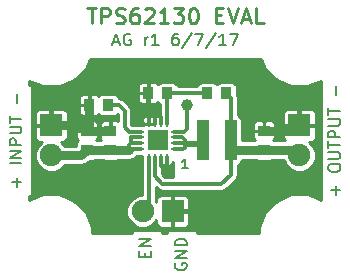
<source format=gtl>
G04 #@! TF.GenerationSoftware,KiCad,Pcbnew,no-vcs-found-1fda668~58~ubuntu14.04.1*
G04 #@! TF.CreationDate,2017-07-06T03:39:53+01:00*
G04 #@! TF.ProjectId,m3pyro_prototype,6D337079726F5F70726F746F74797065,rev?*
G04 #@! TF.FileFunction,Copper,L1,Top,Signal*
G04 #@! TF.FilePolarity,Positive*
%FSLAX46Y46*%
G04 Gerber Fmt 4.6, Leading zero omitted, Abs format (unit mm)*
G04 Created by KiCad (PCBNEW no-vcs-found-1fda668~58~ubuntu14.04.1) date Thu Jul  6 03:39:53 2017*
%MOMM*%
%LPD*%
G01*
G04 APERTURE LIST*
%ADD10C,0.100000*%
%ADD11C,0.200000*%
%ADD12C,0.250000*%
%ADD13R,0.600000X0.250000*%
%ADD14R,0.250000X0.600000*%
%ADD15C,0.700000*%
%ADD16R,1.700000X1.700000*%
%ADD17R,0.950000X1.000000*%
%ADD18R,1.000000X0.950000*%
%ADD19R,1.900000X1.900000*%
%ADD20C,1.900000*%
%ADD21C,1.000000*%
%ADD22R,0.980000X3.400000*%
%ADD23C,0.800000*%
%ADD24C,0.500000*%
%ADD25C,0.300000*%
%ADD26C,0.800000*%
G04 APERTURE END LIST*
D10*
D11*
X128528571Y-92361904D02*
X128071428Y-92361904D01*
X128300000Y-92361904D02*
X128300000Y-91561904D01*
X128223809Y-91676190D01*
X128147619Y-91752380D01*
X128071428Y-91790476D01*
X122261904Y-81666666D02*
X122738095Y-81666666D01*
X122166666Y-81952380D02*
X122500000Y-80952380D01*
X122833333Y-81952380D01*
X123690476Y-81000000D02*
X123595238Y-80952380D01*
X123452380Y-80952380D01*
X123309523Y-81000000D01*
X123214285Y-81095238D01*
X123166666Y-81190476D01*
X123119047Y-81380952D01*
X123119047Y-81523809D01*
X123166666Y-81714285D01*
X123214285Y-81809523D01*
X123309523Y-81904761D01*
X123452380Y-81952380D01*
X123547619Y-81952380D01*
X123690476Y-81904761D01*
X123738095Y-81857142D01*
X123738095Y-81523809D01*
X123547619Y-81523809D01*
X124928571Y-81952380D02*
X124928571Y-81285714D01*
X124928571Y-81476190D02*
X124976190Y-81380952D01*
X125023809Y-81333333D01*
X125119047Y-81285714D01*
X125214285Y-81285714D01*
X126071428Y-81952380D02*
X125500000Y-81952380D01*
X125785714Y-81952380D02*
X125785714Y-80952380D01*
X125690476Y-81095238D01*
X125595238Y-81190476D01*
X125500000Y-81238095D01*
X127690476Y-80952380D02*
X127500000Y-80952380D01*
X127404761Y-81000000D01*
X127357142Y-81047619D01*
X127261904Y-81190476D01*
X127214285Y-81380952D01*
X127214285Y-81761904D01*
X127261904Y-81857142D01*
X127309523Y-81904761D01*
X127404761Y-81952380D01*
X127595238Y-81952380D01*
X127690476Y-81904761D01*
X127738095Y-81857142D01*
X127785714Y-81761904D01*
X127785714Y-81523809D01*
X127738095Y-81428571D01*
X127690476Y-81380952D01*
X127595238Y-81333333D01*
X127404761Y-81333333D01*
X127309523Y-81380952D01*
X127261904Y-81428571D01*
X127214285Y-81523809D01*
X128928571Y-80904761D02*
X128071428Y-82190476D01*
X129166666Y-80952380D02*
X129833333Y-80952380D01*
X129404761Y-81952380D01*
X130928571Y-80904761D02*
X130071428Y-82190476D01*
X131785714Y-81952380D02*
X131214285Y-81952380D01*
X131500000Y-81952380D02*
X131500000Y-80952380D01*
X131404761Y-81095238D01*
X131309523Y-81190476D01*
X131214285Y-81238095D01*
X132119047Y-80952380D02*
X132785714Y-80952380D01*
X132357142Y-81952380D01*
D12*
X120040476Y-78788095D02*
X120783333Y-78788095D01*
X120411904Y-80088095D02*
X120411904Y-78788095D01*
X121216666Y-80088095D02*
X121216666Y-78788095D01*
X121711904Y-78788095D01*
X121835714Y-78850000D01*
X121897619Y-78911904D01*
X121959523Y-79035714D01*
X121959523Y-79221428D01*
X121897619Y-79345238D01*
X121835714Y-79407142D01*
X121711904Y-79469047D01*
X121216666Y-79469047D01*
X122454761Y-80026190D02*
X122640476Y-80088095D01*
X122950000Y-80088095D01*
X123073809Y-80026190D01*
X123135714Y-79964285D01*
X123197619Y-79840476D01*
X123197619Y-79716666D01*
X123135714Y-79592857D01*
X123073809Y-79530952D01*
X122950000Y-79469047D01*
X122702380Y-79407142D01*
X122578571Y-79345238D01*
X122516666Y-79283333D01*
X122454761Y-79159523D01*
X122454761Y-79035714D01*
X122516666Y-78911904D01*
X122578571Y-78850000D01*
X122702380Y-78788095D01*
X123011904Y-78788095D01*
X123197619Y-78850000D01*
X124311904Y-78788095D02*
X124064285Y-78788095D01*
X123940476Y-78850000D01*
X123878571Y-78911904D01*
X123754761Y-79097619D01*
X123692857Y-79345238D01*
X123692857Y-79840476D01*
X123754761Y-79964285D01*
X123816666Y-80026190D01*
X123940476Y-80088095D01*
X124188095Y-80088095D01*
X124311904Y-80026190D01*
X124373809Y-79964285D01*
X124435714Y-79840476D01*
X124435714Y-79530952D01*
X124373809Y-79407142D01*
X124311904Y-79345238D01*
X124188095Y-79283333D01*
X123940476Y-79283333D01*
X123816666Y-79345238D01*
X123754761Y-79407142D01*
X123692857Y-79530952D01*
X124930952Y-78911904D02*
X124992857Y-78850000D01*
X125116666Y-78788095D01*
X125426190Y-78788095D01*
X125550000Y-78850000D01*
X125611904Y-78911904D01*
X125673809Y-79035714D01*
X125673809Y-79159523D01*
X125611904Y-79345238D01*
X124869047Y-80088095D01*
X125673809Y-80088095D01*
X126911904Y-80088095D02*
X126169047Y-80088095D01*
X126540476Y-80088095D02*
X126540476Y-78788095D01*
X126416666Y-78973809D01*
X126292857Y-79097619D01*
X126169047Y-79159523D01*
X127345238Y-78788095D02*
X128150000Y-78788095D01*
X127716666Y-79283333D01*
X127902380Y-79283333D01*
X128026190Y-79345238D01*
X128088095Y-79407142D01*
X128150000Y-79530952D01*
X128150000Y-79840476D01*
X128088095Y-79964285D01*
X128026190Y-80026190D01*
X127902380Y-80088095D01*
X127530952Y-80088095D01*
X127407142Y-80026190D01*
X127345238Y-79964285D01*
X128954761Y-78788095D02*
X129078571Y-78788095D01*
X129202380Y-78850000D01*
X129264285Y-78911904D01*
X129326190Y-79035714D01*
X129388095Y-79283333D01*
X129388095Y-79592857D01*
X129326190Y-79840476D01*
X129264285Y-79964285D01*
X129202380Y-80026190D01*
X129078571Y-80088095D01*
X128954761Y-80088095D01*
X128830952Y-80026190D01*
X128769047Y-79964285D01*
X128707142Y-79840476D01*
X128645238Y-79592857D01*
X128645238Y-79283333D01*
X128707142Y-79035714D01*
X128769047Y-78911904D01*
X128830952Y-78850000D01*
X128954761Y-78788095D01*
X130935714Y-79407142D02*
X131369047Y-79407142D01*
X131554761Y-80088095D02*
X130935714Y-80088095D01*
X130935714Y-78788095D01*
X131554761Y-78788095D01*
X131926190Y-78788095D02*
X132359523Y-80088095D01*
X132792857Y-78788095D01*
X133164285Y-79716666D02*
X133783333Y-79716666D01*
X133040476Y-80088095D02*
X133473809Y-78788095D01*
X133907142Y-80088095D01*
X134959523Y-80088095D02*
X134340476Y-80088095D01*
X134340476Y-78788095D01*
D11*
X141071428Y-94595238D02*
X141071428Y-93833333D01*
X141452380Y-94214285D02*
X140690476Y-94214285D01*
X140452380Y-92404761D02*
X140452380Y-92214285D01*
X140500000Y-92119047D01*
X140595238Y-92023809D01*
X140785714Y-91976190D01*
X141119047Y-91976190D01*
X141309523Y-92023809D01*
X141404761Y-92119047D01*
X141452380Y-92214285D01*
X141452380Y-92404761D01*
X141404761Y-92500000D01*
X141309523Y-92595238D01*
X141119047Y-92642857D01*
X140785714Y-92642857D01*
X140595238Y-92595238D01*
X140500000Y-92500000D01*
X140452380Y-92404761D01*
X140452380Y-91547619D02*
X141261904Y-91547619D01*
X141357142Y-91500000D01*
X141404761Y-91452380D01*
X141452380Y-91357142D01*
X141452380Y-91166666D01*
X141404761Y-91071428D01*
X141357142Y-91023809D01*
X141261904Y-90976190D01*
X140452380Y-90976190D01*
X140452380Y-90642857D02*
X140452380Y-90071428D01*
X141452380Y-90357142D02*
X140452380Y-90357142D01*
X141452380Y-89738095D02*
X140452380Y-89738095D01*
X140452380Y-89357142D01*
X140500000Y-89261904D01*
X140547619Y-89214285D01*
X140642857Y-89166666D01*
X140785714Y-89166666D01*
X140880952Y-89214285D01*
X140928571Y-89261904D01*
X140976190Y-89357142D01*
X140976190Y-89738095D01*
X140452380Y-88738095D02*
X141261904Y-88738095D01*
X141357142Y-88690476D01*
X141404761Y-88642857D01*
X141452380Y-88547619D01*
X141452380Y-88357142D01*
X141404761Y-88261904D01*
X141357142Y-88214285D01*
X141261904Y-88166666D01*
X140452380Y-88166666D01*
X140452380Y-87833333D02*
X140452380Y-87261904D01*
X141452380Y-87547619D02*
X140452380Y-87547619D01*
X141071428Y-86166666D02*
X141071428Y-85404761D01*
X114071428Y-93928571D02*
X114071428Y-93166666D01*
X114452380Y-93547619D02*
X113690476Y-93547619D01*
X114452380Y-91928571D02*
X113452380Y-91928571D01*
X114452380Y-91452380D02*
X113452380Y-91452380D01*
X114452380Y-90880952D01*
X113452380Y-90880952D01*
X114452380Y-90404761D02*
X113452380Y-90404761D01*
X113452380Y-90023809D01*
X113500000Y-89928571D01*
X113547619Y-89880952D01*
X113642857Y-89833333D01*
X113785714Y-89833333D01*
X113880952Y-89880952D01*
X113928571Y-89928571D01*
X113976190Y-90023809D01*
X113976190Y-90404761D01*
X113452380Y-89404761D02*
X114261904Y-89404761D01*
X114357142Y-89357142D01*
X114404761Y-89309523D01*
X114452380Y-89214285D01*
X114452380Y-89023809D01*
X114404761Y-88928571D01*
X114357142Y-88880952D01*
X114261904Y-88833333D01*
X113452380Y-88833333D01*
X113452380Y-88500000D02*
X113452380Y-87928571D01*
X114452380Y-88214285D02*
X113452380Y-88214285D01*
X114071428Y-86833333D02*
X114071428Y-86071428D01*
X127500000Y-100415714D02*
X127452380Y-100510952D01*
X127452380Y-100653809D01*
X127500000Y-100796666D01*
X127595238Y-100891904D01*
X127690476Y-100939523D01*
X127880952Y-100987142D01*
X128023809Y-100987142D01*
X128214285Y-100939523D01*
X128309523Y-100891904D01*
X128404761Y-100796666D01*
X128452380Y-100653809D01*
X128452380Y-100558571D01*
X128404761Y-100415714D01*
X128357142Y-100368095D01*
X128023809Y-100368095D01*
X128023809Y-100558571D01*
X128452380Y-99939523D02*
X127452380Y-99939523D01*
X128452380Y-99368095D01*
X127452380Y-99368095D01*
X128452380Y-98891904D02*
X127452380Y-98891904D01*
X127452380Y-98653809D01*
X127500000Y-98510952D01*
X127595238Y-98415714D01*
X127690476Y-98368095D01*
X127880952Y-98320476D01*
X128023809Y-98320476D01*
X128214285Y-98368095D01*
X128309523Y-98415714D01*
X128404761Y-98510952D01*
X128452380Y-98653809D01*
X128452380Y-98891904D01*
X124928571Y-99844285D02*
X124928571Y-99510952D01*
X125452380Y-99368095D02*
X125452380Y-99844285D01*
X124452380Y-99844285D01*
X124452380Y-99368095D01*
X125452380Y-98939523D02*
X124452380Y-98939523D01*
X125452380Y-98368095D01*
X124452380Y-98368095D01*
D13*
X127400000Y-90750000D03*
X127400000Y-90250000D03*
X127400000Y-89750000D03*
X127400000Y-89250000D03*
D14*
X126750000Y-88600000D03*
X126250000Y-88600000D03*
X125750000Y-88600000D03*
X125250000Y-88600000D03*
D13*
X124600000Y-89250000D03*
X124600000Y-89750000D03*
X124600000Y-90250000D03*
X124600000Y-90750000D03*
D14*
X125250000Y-91400000D03*
X125750000Y-91400000D03*
X126250000Y-91400000D03*
X126750000Y-91400000D03*
D15*
X126500000Y-90500000D03*
X126500000Y-89500000D03*
X125500000Y-90500000D03*
X125500000Y-89500000D03*
D16*
X126000000Y-90000000D03*
D17*
X125200000Y-86000000D03*
X126800000Y-86000000D03*
X131800000Y-86000000D03*
X130200000Y-86000000D03*
D18*
X135000000Y-89200000D03*
X135000000Y-90800000D03*
D17*
X121800000Y-87000000D03*
X120200000Y-87000000D03*
D18*
X122000000Y-89200000D03*
X122000000Y-90800000D03*
X120000000Y-90800000D03*
X120000000Y-89200000D03*
D19*
X138000000Y-88730000D03*
D20*
X138000000Y-91270000D03*
X124730000Y-96000000D03*
D19*
X127270000Y-96000000D03*
X117000000Y-88730000D03*
D20*
X117000000Y-91270000D03*
D21*
X128500000Y-87000000D03*
D22*
X129815000Y-90000000D03*
X132185000Y-90000000D03*
D23*
X119000000Y-93000000D03*
X123000000Y-93000000D03*
X122000000Y-96000000D03*
X123600000Y-86400000D03*
X136000000Y-93000000D03*
X134000000Y-94000000D03*
X131000000Y-96000000D03*
X137000000Y-86000000D03*
X134000000Y-86000000D03*
X133000000Y-84000000D03*
X130000000Y-84000000D03*
X127000000Y-84000000D03*
X124000000Y-84000000D03*
X121000000Y-85000000D03*
X118000000Y-86000000D03*
X127000000Y-92500000D03*
X125500000Y-87300000D03*
X120200000Y-88000000D03*
D24*
X128300000Y-90300000D02*
X129515000Y-90300000D01*
X129515000Y-90300000D02*
X129815000Y-90000000D01*
D25*
X128300000Y-90000000D02*
X128300000Y-90300000D01*
X128300000Y-90300000D02*
X128300000Y-90600000D01*
X127400000Y-90250000D02*
X128250000Y-90250000D01*
X128250000Y-90250000D02*
X128300000Y-90300000D01*
X128300000Y-90600000D02*
X128150000Y-90750000D01*
X128150000Y-90750000D02*
X127400000Y-90750000D01*
X128050000Y-89750000D02*
X128300000Y-90000000D01*
X127400000Y-89750000D02*
X128050000Y-89750000D01*
X132185000Y-90000000D02*
X132185000Y-90285000D01*
X132185000Y-90285000D02*
X132700000Y-90800000D01*
D26*
X135000000Y-90800000D02*
X132700000Y-90800000D01*
D25*
X131400000Y-93700000D02*
X132185000Y-92915000D01*
X132185000Y-92915000D02*
X132185000Y-90000000D01*
X126400000Y-93700000D02*
X131400000Y-93700000D01*
X125750000Y-93050000D02*
X126400000Y-93700000D01*
X125750000Y-91400000D02*
X125750000Y-93050000D01*
X132185000Y-90000000D02*
X132185000Y-86385000D01*
X132185000Y-86385000D02*
X131800000Y-86000000D01*
D26*
X135000000Y-90800000D02*
X137530000Y-90800000D01*
X137530000Y-90800000D02*
X138000000Y-91270000D01*
D25*
X128250000Y-89250000D02*
X128500000Y-89000000D01*
X128500000Y-89000000D02*
X128500000Y-87000000D01*
X127400000Y-89250000D02*
X128250000Y-89250000D01*
X123750000Y-89750000D02*
X123750000Y-90250000D01*
X124600000Y-89750000D02*
X123750000Y-89750000D01*
X123750000Y-90250000D02*
X123600000Y-90400000D01*
X123600000Y-90400000D02*
X123600000Y-90800000D01*
X124600000Y-90250000D02*
X123750000Y-90250000D01*
X124600000Y-90750000D02*
X123650000Y-90750000D01*
X123650000Y-90750000D02*
X123600000Y-90800000D01*
D26*
X122000000Y-90800000D02*
X123600000Y-90800000D01*
X120000000Y-90800000D02*
X122000000Y-90800000D01*
X117000000Y-91270000D02*
X119530000Y-91270000D01*
X119530000Y-91270000D02*
X120000000Y-90800000D01*
D25*
X122000000Y-96000000D02*
X122000000Y-94000000D01*
X122000000Y-94000000D02*
X123000000Y-93000000D01*
X125500000Y-87300000D02*
X124500000Y-87300000D01*
X124500000Y-87300000D02*
X123600000Y-86400000D01*
X134000000Y-94000000D02*
X135000000Y-93000000D01*
X135000000Y-93000000D02*
X136000000Y-93000000D01*
X127270000Y-96000000D02*
X131000000Y-96000000D01*
X138000000Y-87000000D02*
X138000000Y-88730000D01*
X137000000Y-86000000D02*
X138000000Y-87000000D01*
X133000000Y-84000000D02*
X133000000Y-85000000D01*
X133000000Y-85000000D02*
X134000000Y-86000000D01*
X127000000Y-84000000D02*
X130000000Y-84000000D01*
X121000000Y-85000000D02*
X123000000Y-85000000D01*
X123000000Y-85000000D02*
X124000000Y-84000000D01*
X117000000Y-88730000D02*
X117000000Y-87000000D01*
X117000000Y-87000000D02*
X118000000Y-86000000D01*
X126750000Y-91400000D02*
X126750000Y-92250000D01*
X126750000Y-92250000D02*
X127000000Y-92500000D01*
X126250000Y-92150000D02*
X126600000Y-92500000D01*
X126600000Y-92500000D02*
X127000000Y-92500000D01*
X126250000Y-91400000D02*
X126250000Y-92150000D01*
X126250000Y-88050000D02*
X125500000Y-87300000D01*
X125500000Y-87300000D02*
X125200000Y-87000000D01*
X125750000Y-88600000D02*
X125750000Y-87550000D01*
X125750000Y-87550000D02*
X125500000Y-87300000D01*
X125250000Y-88600000D02*
X125250000Y-86050000D01*
X125250000Y-86050000D02*
X125200000Y-86000000D01*
X125200000Y-87000000D02*
X125200000Y-86000000D01*
X126250000Y-88600000D02*
X126250000Y-88050000D01*
D26*
X120200000Y-87000000D02*
X120200000Y-88000000D01*
X120200000Y-88000000D02*
X120200000Y-89000000D01*
D24*
X120000000Y-88200000D02*
X120200000Y-88000000D01*
X120000000Y-89200000D02*
X120000000Y-88200000D01*
D26*
X120200000Y-89000000D02*
X120000000Y-89200000D01*
X120000000Y-89200000D02*
X122000000Y-89200000D01*
X117000000Y-88730000D02*
X119530000Y-88730000D01*
X119530000Y-88730000D02*
X120000000Y-89200000D01*
X135000000Y-89200000D02*
X137530000Y-89200000D01*
X137530000Y-89200000D02*
X138000000Y-88730000D01*
D25*
X125250000Y-91400000D02*
X125250000Y-95480000D01*
X125250000Y-95480000D02*
X124730000Y-96000000D01*
X130200000Y-86000000D02*
X126800000Y-86000000D01*
X126750000Y-88600000D02*
X126750000Y-86050000D01*
X126750000Y-86050000D02*
X126800000Y-86000000D01*
X123200000Y-87500000D02*
X122700000Y-87000000D01*
X122700000Y-87000000D02*
X121800000Y-87000000D01*
X123200000Y-88900000D02*
X123200000Y-87500000D01*
X123550000Y-89250000D02*
X123200000Y-88900000D01*
X124600000Y-89250000D02*
X123550000Y-89250000D01*
D12*
G36*
X135094733Y-83937572D02*
X136057360Y-84901881D01*
X137315736Y-85424404D01*
X138678286Y-85425593D01*
X139805000Y-84960045D01*
X139805000Y-95040966D01*
X138684264Y-94575596D01*
X137321714Y-94574407D01*
X136062428Y-95094733D01*
X135098119Y-96057360D01*
X134575596Y-97315736D01*
X134575108Y-97875000D01*
X129355000Y-97875000D01*
X129355000Y-97575000D01*
X126805000Y-97575000D01*
X126805000Y-97875000D01*
X126355000Y-97875000D01*
X126355000Y-97575000D01*
X123805000Y-97575000D01*
X123805000Y-97875000D01*
X120425110Y-97875000D01*
X120425593Y-97321714D01*
X119905267Y-96062428D01*
X118942640Y-95098119D01*
X117684264Y-94575596D01*
X116321714Y-94574407D01*
X115125000Y-95068879D01*
X115125000Y-94691666D01*
X115355000Y-94691666D01*
X115355000Y-91542305D01*
X115624762Y-91542305D01*
X115833652Y-92047857D01*
X116220108Y-92434989D01*
X116725296Y-92644761D01*
X117272305Y-92645238D01*
X117777857Y-92436348D01*
X118119802Y-92095000D01*
X119530000Y-92095000D01*
X119845714Y-92032201D01*
X120113363Y-91853363D01*
X120258400Y-91708326D01*
X120500000Y-91708326D01*
X120665827Y-91675341D01*
X120741168Y-91625000D01*
X121258832Y-91625000D01*
X121334173Y-91675341D01*
X121500000Y-91708326D01*
X122500000Y-91708326D01*
X122665827Y-91675341D01*
X122741168Y-91625000D01*
X123600000Y-91625000D01*
X123915714Y-91562201D01*
X124183363Y-91383363D01*
X124222360Y-91325000D01*
X124600000Y-91325000D01*
X124683826Y-91308326D01*
X124691674Y-91308326D01*
X124691674Y-91316174D01*
X124675000Y-91400000D01*
X124675000Y-94624951D01*
X124457695Y-94624762D01*
X123952143Y-94833652D01*
X123565011Y-95220108D01*
X123355239Y-95725296D01*
X123354762Y-96272305D01*
X123563652Y-96777857D01*
X123950108Y-97164989D01*
X124455296Y-97374761D01*
X125002305Y-97375238D01*
X125507857Y-97166348D01*
X125894989Y-96779892D01*
X125895000Y-96779866D01*
X125895000Y-97034538D01*
X125959702Y-97190743D01*
X126079257Y-97310298D01*
X126235462Y-97375000D01*
X127138750Y-97375000D01*
X127245000Y-97268750D01*
X127245000Y-96025000D01*
X127295000Y-96025000D01*
X127295000Y-97268750D01*
X127401250Y-97375000D01*
X128304538Y-97375000D01*
X128460743Y-97310298D01*
X128580298Y-97190743D01*
X128645000Y-97034538D01*
X128645000Y-96131250D01*
X128538750Y-96025000D01*
X127295000Y-96025000D01*
X127245000Y-96025000D01*
X127225000Y-96025000D01*
X127225000Y-95975000D01*
X127245000Y-95975000D01*
X127245000Y-94731250D01*
X127295000Y-94731250D01*
X127295000Y-95975000D01*
X128538750Y-95975000D01*
X128645000Y-95868750D01*
X128645000Y-94965462D01*
X128580298Y-94809257D01*
X128460743Y-94689702D01*
X128304538Y-94625000D01*
X127401250Y-94625000D01*
X127295000Y-94731250D01*
X127245000Y-94731250D01*
X127138750Y-94625000D01*
X126235462Y-94625000D01*
X126079257Y-94689702D01*
X125959702Y-94809257D01*
X125895000Y-94965462D01*
X125895000Y-95220793D01*
X125825000Y-95150670D01*
X125825000Y-93938173D01*
X125993414Y-94106587D01*
X126179957Y-94231231D01*
X126400000Y-94275000D01*
X131400000Y-94275000D01*
X131620043Y-94231231D01*
X131806586Y-94106586D01*
X132588173Y-93325000D01*
X132600000Y-93325000D01*
X132647835Y-93315485D01*
X132688388Y-93288388D01*
X132715485Y-93247835D01*
X132725000Y-93200000D01*
X132725000Y-93090958D01*
X132760000Y-92915000D01*
X132760000Y-92116418D01*
X132840827Y-92100341D01*
X132981408Y-92006408D01*
X133075341Y-91865827D01*
X133108326Y-91700000D01*
X133108326Y-91625000D01*
X134258832Y-91625000D01*
X134334173Y-91675341D01*
X134500000Y-91708326D01*
X135500000Y-91708326D01*
X135665827Y-91675341D01*
X135741168Y-91625000D01*
X136658931Y-91625000D01*
X136833652Y-92047857D01*
X137220108Y-92434989D01*
X137725296Y-92644761D01*
X138272305Y-92645238D01*
X138777857Y-92436348D01*
X139164989Y-92049892D01*
X139374761Y-91544704D01*
X139375238Y-90997695D01*
X139166348Y-90492143D01*
X138779892Y-90105011D01*
X138779866Y-90105000D01*
X139034538Y-90105000D01*
X139190743Y-90040298D01*
X139310298Y-89920743D01*
X139375000Y-89764538D01*
X139375000Y-88861250D01*
X139268750Y-88755000D01*
X138025000Y-88755000D01*
X138025000Y-88775000D01*
X137975000Y-88775000D01*
X137975000Y-88755000D01*
X136731250Y-88755000D01*
X136625000Y-88861250D01*
X136625000Y-89764538D01*
X136689702Y-89920743D01*
X136743959Y-89975000D01*
X135801041Y-89975000D01*
X135860298Y-89915743D01*
X135925000Y-89759538D01*
X135925000Y-89331250D01*
X135818750Y-89225000D01*
X135025000Y-89225000D01*
X135025000Y-89245000D01*
X134975000Y-89245000D01*
X134975000Y-89225000D01*
X134181250Y-89225000D01*
X134075000Y-89331250D01*
X134075000Y-89759538D01*
X134139702Y-89915743D01*
X134198959Y-89975000D01*
X133108326Y-89975000D01*
X133108326Y-88640462D01*
X134075000Y-88640462D01*
X134075000Y-89068750D01*
X134181250Y-89175000D01*
X134975000Y-89175000D01*
X134975000Y-88406250D01*
X135025000Y-88406250D01*
X135025000Y-89175000D01*
X135818750Y-89175000D01*
X135925000Y-89068750D01*
X135925000Y-88640462D01*
X135860298Y-88484257D01*
X135740743Y-88364702D01*
X135584538Y-88300000D01*
X135131250Y-88300000D01*
X135025000Y-88406250D01*
X134975000Y-88406250D01*
X134868750Y-88300000D01*
X134415462Y-88300000D01*
X134259257Y-88364702D01*
X134139702Y-88484257D01*
X134075000Y-88640462D01*
X133108326Y-88640462D01*
X133108326Y-88300000D01*
X133075341Y-88134173D01*
X132981408Y-87993592D01*
X132840827Y-87899659D01*
X132760000Y-87883582D01*
X132760000Y-87695462D01*
X136625000Y-87695462D01*
X136625000Y-88598750D01*
X136731250Y-88705000D01*
X137975000Y-88705000D01*
X137975000Y-87461250D01*
X138025000Y-87461250D01*
X138025000Y-88705000D01*
X139268750Y-88705000D01*
X139375000Y-88598750D01*
X139375000Y-87695462D01*
X139310298Y-87539257D01*
X139190743Y-87419702D01*
X139034538Y-87355000D01*
X138131250Y-87355000D01*
X138025000Y-87461250D01*
X137975000Y-87461250D01*
X137868750Y-87355000D01*
X136965462Y-87355000D01*
X136809257Y-87419702D01*
X136689702Y-87539257D01*
X136625000Y-87695462D01*
X132760000Y-87695462D01*
X132760000Y-86385000D01*
X132716231Y-86164957D01*
X132708326Y-86153126D01*
X132708326Y-85500000D01*
X132675341Y-85334173D01*
X132581408Y-85193592D01*
X132440827Y-85099659D01*
X132275000Y-85066674D01*
X131325000Y-85066674D01*
X131159173Y-85099659D01*
X131018592Y-85193592D01*
X131000000Y-85221417D01*
X130981408Y-85193592D01*
X130840827Y-85099659D01*
X130675000Y-85066674D01*
X129725000Y-85066674D01*
X129559173Y-85099659D01*
X129418592Y-85193592D01*
X129324659Y-85334173D01*
X129306592Y-85425000D01*
X127693408Y-85425000D01*
X127675341Y-85334173D01*
X127581408Y-85193592D01*
X127440827Y-85099659D01*
X127275000Y-85066674D01*
X126325000Y-85066674D01*
X126159173Y-85099659D01*
X126018592Y-85193592D01*
X125998982Y-85222941D01*
X125915743Y-85139702D01*
X125759538Y-85075000D01*
X125331250Y-85075000D01*
X125225000Y-85181250D01*
X125225000Y-85975000D01*
X125245000Y-85975000D01*
X125245000Y-86025000D01*
X125225000Y-86025000D01*
X125225000Y-86818750D01*
X125331250Y-86925000D01*
X125759538Y-86925000D01*
X125915743Y-86860298D01*
X125998982Y-86777059D01*
X126018592Y-86806408D01*
X126159173Y-86900341D01*
X126175000Y-86903489D01*
X126175000Y-87931250D01*
X126118750Y-87875000D01*
X126040462Y-87875000D01*
X126000000Y-87891760D01*
X125959538Y-87875000D01*
X125881250Y-87875000D01*
X125775000Y-87981250D01*
X125775000Y-88048959D01*
X125764702Y-88059257D01*
X125750000Y-88094751D01*
X125735298Y-88059257D01*
X125725000Y-88048959D01*
X125725000Y-87981250D01*
X125618750Y-87875000D01*
X125540462Y-87875000D01*
X125500000Y-87891760D01*
X125459538Y-87875000D01*
X125381250Y-87875000D01*
X125275000Y-87981250D01*
X125275000Y-88048959D01*
X125264702Y-88059257D01*
X125225000Y-88155106D01*
X125225000Y-87981250D01*
X125118750Y-87875000D01*
X125040462Y-87875000D01*
X124884257Y-87939702D01*
X124764702Y-88059257D01*
X124700000Y-88215462D01*
X124700000Y-88468750D01*
X124806250Y-88575000D01*
X125225000Y-88575000D01*
X125225000Y-88493750D01*
X125275000Y-88543750D01*
X125275000Y-88575000D01*
X125725000Y-88575000D01*
X125725000Y-88543750D01*
X125750000Y-88518750D01*
X125775000Y-88543750D01*
X125775000Y-88575000D01*
X125795000Y-88575000D01*
X125795000Y-88625000D01*
X125775000Y-88625000D01*
X125775000Y-88645000D01*
X125725000Y-88645000D01*
X125725000Y-88625000D01*
X125275000Y-88625000D01*
X125275000Y-88645000D01*
X125225000Y-88645000D01*
X125225000Y-88625000D01*
X124806250Y-88625000D01*
X124739576Y-88691674D01*
X124683826Y-88691674D01*
X124600000Y-88675000D01*
X123788173Y-88675000D01*
X123775000Y-88661828D01*
X123775000Y-87500000D01*
X123731231Y-87279957D01*
X123606587Y-87093414D01*
X123106586Y-86593414D01*
X122920043Y-86468769D01*
X122700000Y-86425000D01*
X122693408Y-86425000D01*
X122675341Y-86334173D01*
X122581408Y-86193592D01*
X122488107Y-86131250D01*
X124300000Y-86131250D01*
X124300000Y-86584538D01*
X124364702Y-86740743D01*
X124484257Y-86860298D01*
X124640462Y-86925000D01*
X125068750Y-86925000D01*
X125175000Y-86818750D01*
X125175000Y-86025000D01*
X124406250Y-86025000D01*
X124300000Y-86131250D01*
X122488107Y-86131250D01*
X122440827Y-86099659D01*
X122275000Y-86066674D01*
X121325000Y-86066674D01*
X121159173Y-86099659D01*
X121018592Y-86193592D01*
X120998982Y-86222941D01*
X120915743Y-86139702D01*
X120759538Y-86075000D01*
X120331250Y-86075000D01*
X120225000Y-86181250D01*
X120225000Y-86975000D01*
X120245000Y-86975000D01*
X120245000Y-87025000D01*
X120225000Y-87025000D01*
X120225000Y-87818750D01*
X120331250Y-87925000D01*
X120759538Y-87925000D01*
X120915743Y-87860298D01*
X120998982Y-87777059D01*
X121018592Y-87806408D01*
X121159173Y-87900341D01*
X121325000Y-87933326D01*
X122275000Y-87933326D01*
X122440827Y-87900341D01*
X122581408Y-87806408D01*
X122625000Y-87741168D01*
X122625000Y-88316760D01*
X122584538Y-88300000D01*
X122131250Y-88300000D01*
X122025000Y-88406250D01*
X122025000Y-89175000D01*
X122045000Y-89175000D01*
X122045000Y-89225000D01*
X122025000Y-89225000D01*
X122025000Y-89245000D01*
X121975000Y-89245000D01*
X121975000Y-89225000D01*
X121181250Y-89225000D01*
X121075000Y-89331250D01*
X121075000Y-89759538D01*
X121139702Y-89915743D01*
X121198959Y-89975000D01*
X120801041Y-89975000D01*
X120860298Y-89915743D01*
X120925000Y-89759538D01*
X120925000Y-89331250D01*
X120818750Y-89225000D01*
X120025000Y-89225000D01*
X120025000Y-89245000D01*
X119975000Y-89245000D01*
X119975000Y-89225000D01*
X119181250Y-89225000D01*
X119075000Y-89331250D01*
X119075000Y-89759538D01*
X119139702Y-89915743D01*
X119222941Y-89998982D01*
X119193592Y-90018592D01*
X119099659Y-90159173D01*
X119066674Y-90325000D01*
X119066674Y-90445000D01*
X118119287Y-90445000D01*
X117779892Y-90105011D01*
X117779866Y-90105000D01*
X118034538Y-90105000D01*
X118190743Y-90040298D01*
X118310298Y-89920743D01*
X118375000Y-89764538D01*
X118375000Y-88861250D01*
X118268750Y-88755000D01*
X117025000Y-88755000D01*
X117025000Y-88775000D01*
X116975000Y-88775000D01*
X116975000Y-88755000D01*
X115731250Y-88755000D01*
X115625000Y-88861250D01*
X115625000Y-89764538D01*
X115689702Y-89920743D01*
X115809257Y-90040298D01*
X115965462Y-90105000D01*
X116220793Y-90105000D01*
X115835011Y-90490108D01*
X115625239Y-90995296D01*
X115624762Y-91542305D01*
X115355000Y-91542305D01*
X115355000Y-87695462D01*
X115625000Y-87695462D01*
X115625000Y-88598750D01*
X115731250Y-88705000D01*
X116975000Y-88705000D01*
X116975000Y-87461250D01*
X117025000Y-87461250D01*
X117025000Y-88705000D01*
X118268750Y-88705000D01*
X118333288Y-88640462D01*
X119075000Y-88640462D01*
X119075000Y-89068750D01*
X119181250Y-89175000D01*
X119975000Y-89175000D01*
X119975000Y-88406250D01*
X120025000Y-88406250D01*
X120025000Y-89175000D01*
X120818750Y-89175000D01*
X120925000Y-89068750D01*
X120925000Y-88640462D01*
X121075000Y-88640462D01*
X121075000Y-89068750D01*
X121181250Y-89175000D01*
X121975000Y-89175000D01*
X121975000Y-88406250D01*
X121868750Y-88300000D01*
X121415462Y-88300000D01*
X121259257Y-88364702D01*
X121139702Y-88484257D01*
X121075000Y-88640462D01*
X120925000Y-88640462D01*
X120860298Y-88484257D01*
X120740743Y-88364702D01*
X120584538Y-88300000D01*
X120131250Y-88300000D01*
X120025000Y-88406250D01*
X119975000Y-88406250D01*
X119868750Y-88300000D01*
X119415462Y-88300000D01*
X119259257Y-88364702D01*
X119139702Y-88484257D01*
X119075000Y-88640462D01*
X118333288Y-88640462D01*
X118375000Y-88598750D01*
X118375000Y-87695462D01*
X118310298Y-87539257D01*
X118190743Y-87419702D01*
X118034538Y-87355000D01*
X117131250Y-87355000D01*
X117025000Y-87461250D01*
X116975000Y-87461250D01*
X116868750Y-87355000D01*
X115965462Y-87355000D01*
X115809257Y-87419702D01*
X115689702Y-87539257D01*
X115625000Y-87695462D01*
X115355000Y-87695462D01*
X115355000Y-87131250D01*
X119300000Y-87131250D01*
X119300000Y-87584538D01*
X119364702Y-87740743D01*
X119484257Y-87860298D01*
X119640462Y-87925000D01*
X120068750Y-87925000D01*
X120175000Y-87818750D01*
X120175000Y-87025000D01*
X119406250Y-87025000D01*
X119300000Y-87131250D01*
X115355000Y-87131250D01*
X115355000Y-86415462D01*
X119300000Y-86415462D01*
X119300000Y-86868750D01*
X119406250Y-86975000D01*
X120175000Y-86975000D01*
X120175000Y-86181250D01*
X120068750Y-86075000D01*
X119640462Y-86075000D01*
X119484257Y-86139702D01*
X119364702Y-86259257D01*
X119300000Y-86415462D01*
X115355000Y-86415462D01*
X115355000Y-85308333D01*
X115125000Y-85308333D01*
X115125000Y-84929968D01*
X116315736Y-85424404D01*
X117678286Y-85425593D01*
X117702804Y-85415462D01*
X124300000Y-85415462D01*
X124300000Y-85868750D01*
X124406250Y-85975000D01*
X125175000Y-85975000D01*
X125175000Y-85181250D01*
X125068750Y-85075000D01*
X124640462Y-85075000D01*
X124484257Y-85139702D01*
X124364702Y-85259257D01*
X124300000Y-85415462D01*
X117702804Y-85415462D01*
X118937572Y-84905267D01*
X119901881Y-83942640D01*
X120241395Y-83125000D01*
X134758985Y-83125000D01*
X135094733Y-83937572D01*
X135094733Y-83937572D01*
G37*
X135094733Y-83937572D02*
X136057360Y-84901881D01*
X137315736Y-85424404D01*
X138678286Y-85425593D01*
X139805000Y-84960045D01*
X139805000Y-95040966D01*
X138684264Y-94575596D01*
X137321714Y-94574407D01*
X136062428Y-95094733D01*
X135098119Y-96057360D01*
X134575596Y-97315736D01*
X134575108Y-97875000D01*
X129355000Y-97875000D01*
X129355000Y-97575000D01*
X126805000Y-97575000D01*
X126805000Y-97875000D01*
X126355000Y-97875000D01*
X126355000Y-97575000D01*
X123805000Y-97575000D01*
X123805000Y-97875000D01*
X120425110Y-97875000D01*
X120425593Y-97321714D01*
X119905267Y-96062428D01*
X118942640Y-95098119D01*
X117684264Y-94575596D01*
X116321714Y-94574407D01*
X115125000Y-95068879D01*
X115125000Y-94691666D01*
X115355000Y-94691666D01*
X115355000Y-91542305D01*
X115624762Y-91542305D01*
X115833652Y-92047857D01*
X116220108Y-92434989D01*
X116725296Y-92644761D01*
X117272305Y-92645238D01*
X117777857Y-92436348D01*
X118119802Y-92095000D01*
X119530000Y-92095000D01*
X119845714Y-92032201D01*
X120113363Y-91853363D01*
X120258400Y-91708326D01*
X120500000Y-91708326D01*
X120665827Y-91675341D01*
X120741168Y-91625000D01*
X121258832Y-91625000D01*
X121334173Y-91675341D01*
X121500000Y-91708326D01*
X122500000Y-91708326D01*
X122665827Y-91675341D01*
X122741168Y-91625000D01*
X123600000Y-91625000D01*
X123915714Y-91562201D01*
X124183363Y-91383363D01*
X124222360Y-91325000D01*
X124600000Y-91325000D01*
X124683826Y-91308326D01*
X124691674Y-91308326D01*
X124691674Y-91316174D01*
X124675000Y-91400000D01*
X124675000Y-94624951D01*
X124457695Y-94624762D01*
X123952143Y-94833652D01*
X123565011Y-95220108D01*
X123355239Y-95725296D01*
X123354762Y-96272305D01*
X123563652Y-96777857D01*
X123950108Y-97164989D01*
X124455296Y-97374761D01*
X125002305Y-97375238D01*
X125507857Y-97166348D01*
X125894989Y-96779892D01*
X125895000Y-96779866D01*
X125895000Y-97034538D01*
X125959702Y-97190743D01*
X126079257Y-97310298D01*
X126235462Y-97375000D01*
X127138750Y-97375000D01*
X127245000Y-97268750D01*
X127245000Y-96025000D01*
X127295000Y-96025000D01*
X127295000Y-97268750D01*
X127401250Y-97375000D01*
X128304538Y-97375000D01*
X128460743Y-97310298D01*
X128580298Y-97190743D01*
X128645000Y-97034538D01*
X128645000Y-96131250D01*
X128538750Y-96025000D01*
X127295000Y-96025000D01*
X127245000Y-96025000D01*
X127225000Y-96025000D01*
X127225000Y-95975000D01*
X127245000Y-95975000D01*
X127245000Y-94731250D01*
X127295000Y-94731250D01*
X127295000Y-95975000D01*
X128538750Y-95975000D01*
X128645000Y-95868750D01*
X128645000Y-94965462D01*
X128580298Y-94809257D01*
X128460743Y-94689702D01*
X128304538Y-94625000D01*
X127401250Y-94625000D01*
X127295000Y-94731250D01*
X127245000Y-94731250D01*
X127138750Y-94625000D01*
X126235462Y-94625000D01*
X126079257Y-94689702D01*
X125959702Y-94809257D01*
X125895000Y-94965462D01*
X125895000Y-95220793D01*
X125825000Y-95150670D01*
X125825000Y-93938173D01*
X125993414Y-94106587D01*
X126179957Y-94231231D01*
X126400000Y-94275000D01*
X131400000Y-94275000D01*
X131620043Y-94231231D01*
X131806586Y-94106586D01*
X132588173Y-93325000D01*
X132600000Y-93325000D01*
X132647835Y-93315485D01*
X132688388Y-93288388D01*
X132715485Y-93247835D01*
X132725000Y-93200000D01*
X132725000Y-93090958D01*
X132760000Y-92915000D01*
X132760000Y-92116418D01*
X132840827Y-92100341D01*
X132981408Y-92006408D01*
X133075341Y-91865827D01*
X133108326Y-91700000D01*
X133108326Y-91625000D01*
X134258832Y-91625000D01*
X134334173Y-91675341D01*
X134500000Y-91708326D01*
X135500000Y-91708326D01*
X135665827Y-91675341D01*
X135741168Y-91625000D01*
X136658931Y-91625000D01*
X136833652Y-92047857D01*
X137220108Y-92434989D01*
X137725296Y-92644761D01*
X138272305Y-92645238D01*
X138777857Y-92436348D01*
X139164989Y-92049892D01*
X139374761Y-91544704D01*
X139375238Y-90997695D01*
X139166348Y-90492143D01*
X138779892Y-90105011D01*
X138779866Y-90105000D01*
X139034538Y-90105000D01*
X139190743Y-90040298D01*
X139310298Y-89920743D01*
X139375000Y-89764538D01*
X139375000Y-88861250D01*
X139268750Y-88755000D01*
X138025000Y-88755000D01*
X138025000Y-88775000D01*
X137975000Y-88775000D01*
X137975000Y-88755000D01*
X136731250Y-88755000D01*
X136625000Y-88861250D01*
X136625000Y-89764538D01*
X136689702Y-89920743D01*
X136743959Y-89975000D01*
X135801041Y-89975000D01*
X135860298Y-89915743D01*
X135925000Y-89759538D01*
X135925000Y-89331250D01*
X135818750Y-89225000D01*
X135025000Y-89225000D01*
X135025000Y-89245000D01*
X134975000Y-89245000D01*
X134975000Y-89225000D01*
X134181250Y-89225000D01*
X134075000Y-89331250D01*
X134075000Y-89759538D01*
X134139702Y-89915743D01*
X134198959Y-89975000D01*
X133108326Y-89975000D01*
X133108326Y-88640462D01*
X134075000Y-88640462D01*
X134075000Y-89068750D01*
X134181250Y-89175000D01*
X134975000Y-89175000D01*
X134975000Y-88406250D01*
X135025000Y-88406250D01*
X135025000Y-89175000D01*
X135818750Y-89175000D01*
X135925000Y-89068750D01*
X135925000Y-88640462D01*
X135860298Y-88484257D01*
X135740743Y-88364702D01*
X135584538Y-88300000D01*
X135131250Y-88300000D01*
X135025000Y-88406250D01*
X134975000Y-88406250D01*
X134868750Y-88300000D01*
X134415462Y-88300000D01*
X134259257Y-88364702D01*
X134139702Y-88484257D01*
X134075000Y-88640462D01*
X133108326Y-88640462D01*
X133108326Y-88300000D01*
X133075341Y-88134173D01*
X132981408Y-87993592D01*
X132840827Y-87899659D01*
X132760000Y-87883582D01*
X132760000Y-87695462D01*
X136625000Y-87695462D01*
X136625000Y-88598750D01*
X136731250Y-88705000D01*
X137975000Y-88705000D01*
X137975000Y-87461250D01*
X138025000Y-87461250D01*
X138025000Y-88705000D01*
X139268750Y-88705000D01*
X139375000Y-88598750D01*
X139375000Y-87695462D01*
X139310298Y-87539257D01*
X139190743Y-87419702D01*
X139034538Y-87355000D01*
X138131250Y-87355000D01*
X138025000Y-87461250D01*
X137975000Y-87461250D01*
X137868750Y-87355000D01*
X136965462Y-87355000D01*
X136809257Y-87419702D01*
X136689702Y-87539257D01*
X136625000Y-87695462D01*
X132760000Y-87695462D01*
X132760000Y-86385000D01*
X132716231Y-86164957D01*
X132708326Y-86153126D01*
X132708326Y-85500000D01*
X132675341Y-85334173D01*
X132581408Y-85193592D01*
X132440827Y-85099659D01*
X132275000Y-85066674D01*
X131325000Y-85066674D01*
X131159173Y-85099659D01*
X131018592Y-85193592D01*
X131000000Y-85221417D01*
X130981408Y-85193592D01*
X130840827Y-85099659D01*
X130675000Y-85066674D01*
X129725000Y-85066674D01*
X129559173Y-85099659D01*
X129418592Y-85193592D01*
X129324659Y-85334173D01*
X129306592Y-85425000D01*
X127693408Y-85425000D01*
X127675341Y-85334173D01*
X127581408Y-85193592D01*
X127440827Y-85099659D01*
X127275000Y-85066674D01*
X126325000Y-85066674D01*
X126159173Y-85099659D01*
X126018592Y-85193592D01*
X125998982Y-85222941D01*
X125915743Y-85139702D01*
X125759538Y-85075000D01*
X125331250Y-85075000D01*
X125225000Y-85181250D01*
X125225000Y-85975000D01*
X125245000Y-85975000D01*
X125245000Y-86025000D01*
X125225000Y-86025000D01*
X125225000Y-86818750D01*
X125331250Y-86925000D01*
X125759538Y-86925000D01*
X125915743Y-86860298D01*
X125998982Y-86777059D01*
X126018592Y-86806408D01*
X126159173Y-86900341D01*
X126175000Y-86903489D01*
X126175000Y-87931250D01*
X126118750Y-87875000D01*
X126040462Y-87875000D01*
X126000000Y-87891760D01*
X125959538Y-87875000D01*
X125881250Y-87875000D01*
X125775000Y-87981250D01*
X125775000Y-88048959D01*
X125764702Y-88059257D01*
X125750000Y-88094751D01*
X125735298Y-88059257D01*
X125725000Y-88048959D01*
X125725000Y-87981250D01*
X125618750Y-87875000D01*
X125540462Y-87875000D01*
X125500000Y-87891760D01*
X125459538Y-87875000D01*
X125381250Y-87875000D01*
X125275000Y-87981250D01*
X125275000Y-88048959D01*
X125264702Y-88059257D01*
X125225000Y-88155106D01*
X125225000Y-87981250D01*
X125118750Y-87875000D01*
X125040462Y-87875000D01*
X124884257Y-87939702D01*
X124764702Y-88059257D01*
X124700000Y-88215462D01*
X124700000Y-88468750D01*
X124806250Y-88575000D01*
X125225000Y-88575000D01*
X125225000Y-88493750D01*
X125275000Y-88543750D01*
X125275000Y-88575000D01*
X125725000Y-88575000D01*
X125725000Y-88543750D01*
X125750000Y-88518750D01*
X125775000Y-88543750D01*
X125775000Y-88575000D01*
X125795000Y-88575000D01*
X125795000Y-88625000D01*
X125775000Y-88625000D01*
X125775000Y-88645000D01*
X125725000Y-88645000D01*
X125725000Y-88625000D01*
X125275000Y-88625000D01*
X125275000Y-88645000D01*
X125225000Y-88645000D01*
X125225000Y-88625000D01*
X124806250Y-88625000D01*
X124739576Y-88691674D01*
X124683826Y-88691674D01*
X124600000Y-88675000D01*
X123788173Y-88675000D01*
X123775000Y-88661828D01*
X123775000Y-87500000D01*
X123731231Y-87279957D01*
X123606587Y-87093414D01*
X123106586Y-86593414D01*
X122920043Y-86468769D01*
X122700000Y-86425000D01*
X122693408Y-86425000D01*
X122675341Y-86334173D01*
X122581408Y-86193592D01*
X122488107Y-86131250D01*
X124300000Y-86131250D01*
X124300000Y-86584538D01*
X124364702Y-86740743D01*
X124484257Y-86860298D01*
X124640462Y-86925000D01*
X125068750Y-86925000D01*
X125175000Y-86818750D01*
X125175000Y-86025000D01*
X124406250Y-86025000D01*
X124300000Y-86131250D01*
X122488107Y-86131250D01*
X122440827Y-86099659D01*
X122275000Y-86066674D01*
X121325000Y-86066674D01*
X121159173Y-86099659D01*
X121018592Y-86193592D01*
X120998982Y-86222941D01*
X120915743Y-86139702D01*
X120759538Y-86075000D01*
X120331250Y-86075000D01*
X120225000Y-86181250D01*
X120225000Y-86975000D01*
X120245000Y-86975000D01*
X120245000Y-87025000D01*
X120225000Y-87025000D01*
X120225000Y-87818750D01*
X120331250Y-87925000D01*
X120759538Y-87925000D01*
X120915743Y-87860298D01*
X120998982Y-87777059D01*
X121018592Y-87806408D01*
X121159173Y-87900341D01*
X121325000Y-87933326D01*
X122275000Y-87933326D01*
X122440827Y-87900341D01*
X122581408Y-87806408D01*
X122625000Y-87741168D01*
X122625000Y-88316760D01*
X122584538Y-88300000D01*
X122131250Y-88300000D01*
X122025000Y-88406250D01*
X122025000Y-89175000D01*
X122045000Y-89175000D01*
X122045000Y-89225000D01*
X122025000Y-89225000D01*
X122025000Y-89245000D01*
X121975000Y-89245000D01*
X121975000Y-89225000D01*
X121181250Y-89225000D01*
X121075000Y-89331250D01*
X121075000Y-89759538D01*
X121139702Y-89915743D01*
X121198959Y-89975000D01*
X120801041Y-89975000D01*
X120860298Y-89915743D01*
X120925000Y-89759538D01*
X120925000Y-89331250D01*
X120818750Y-89225000D01*
X120025000Y-89225000D01*
X120025000Y-89245000D01*
X119975000Y-89245000D01*
X119975000Y-89225000D01*
X119181250Y-89225000D01*
X119075000Y-89331250D01*
X119075000Y-89759538D01*
X119139702Y-89915743D01*
X119222941Y-89998982D01*
X119193592Y-90018592D01*
X119099659Y-90159173D01*
X119066674Y-90325000D01*
X119066674Y-90445000D01*
X118119287Y-90445000D01*
X117779892Y-90105011D01*
X117779866Y-90105000D01*
X118034538Y-90105000D01*
X118190743Y-90040298D01*
X118310298Y-89920743D01*
X118375000Y-89764538D01*
X118375000Y-88861250D01*
X118268750Y-88755000D01*
X117025000Y-88755000D01*
X117025000Y-88775000D01*
X116975000Y-88775000D01*
X116975000Y-88755000D01*
X115731250Y-88755000D01*
X115625000Y-88861250D01*
X115625000Y-89764538D01*
X115689702Y-89920743D01*
X115809257Y-90040298D01*
X115965462Y-90105000D01*
X116220793Y-90105000D01*
X115835011Y-90490108D01*
X115625239Y-90995296D01*
X115624762Y-91542305D01*
X115355000Y-91542305D01*
X115355000Y-87695462D01*
X115625000Y-87695462D01*
X115625000Y-88598750D01*
X115731250Y-88705000D01*
X116975000Y-88705000D01*
X116975000Y-87461250D01*
X117025000Y-87461250D01*
X117025000Y-88705000D01*
X118268750Y-88705000D01*
X118333288Y-88640462D01*
X119075000Y-88640462D01*
X119075000Y-89068750D01*
X119181250Y-89175000D01*
X119975000Y-89175000D01*
X119975000Y-88406250D01*
X120025000Y-88406250D01*
X120025000Y-89175000D01*
X120818750Y-89175000D01*
X120925000Y-89068750D01*
X120925000Y-88640462D01*
X121075000Y-88640462D01*
X121075000Y-89068750D01*
X121181250Y-89175000D01*
X121975000Y-89175000D01*
X121975000Y-88406250D01*
X121868750Y-88300000D01*
X121415462Y-88300000D01*
X121259257Y-88364702D01*
X121139702Y-88484257D01*
X121075000Y-88640462D01*
X120925000Y-88640462D01*
X120860298Y-88484257D01*
X120740743Y-88364702D01*
X120584538Y-88300000D01*
X120131250Y-88300000D01*
X120025000Y-88406250D01*
X119975000Y-88406250D01*
X119868750Y-88300000D01*
X119415462Y-88300000D01*
X119259257Y-88364702D01*
X119139702Y-88484257D01*
X119075000Y-88640462D01*
X118333288Y-88640462D01*
X118375000Y-88598750D01*
X118375000Y-87695462D01*
X118310298Y-87539257D01*
X118190743Y-87419702D01*
X118034538Y-87355000D01*
X117131250Y-87355000D01*
X117025000Y-87461250D01*
X116975000Y-87461250D01*
X116868750Y-87355000D01*
X115965462Y-87355000D01*
X115809257Y-87419702D01*
X115689702Y-87539257D01*
X115625000Y-87695462D01*
X115355000Y-87695462D01*
X115355000Y-87131250D01*
X119300000Y-87131250D01*
X119300000Y-87584538D01*
X119364702Y-87740743D01*
X119484257Y-87860298D01*
X119640462Y-87925000D01*
X120068750Y-87925000D01*
X120175000Y-87818750D01*
X120175000Y-87025000D01*
X119406250Y-87025000D01*
X119300000Y-87131250D01*
X115355000Y-87131250D01*
X115355000Y-86415462D01*
X119300000Y-86415462D01*
X119300000Y-86868750D01*
X119406250Y-86975000D01*
X120175000Y-86975000D01*
X120175000Y-86181250D01*
X120068750Y-86075000D01*
X119640462Y-86075000D01*
X119484257Y-86139702D01*
X119364702Y-86259257D01*
X119300000Y-86415462D01*
X115355000Y-86415462D01*
X115355000Y-85308333D01*
X115125000Y-85308333D01*
X115125000Y-84929968D01*
X116315736Y-85424404D01*
X117678286Y-85425593D01*
X117702804Y-85415462D01*
X124300000Y-85415462D01*
X124300000Y-85868750D01*
X124406250Y-85975000D01*
X125175000Y-85975000D01*
X125175000Y-85181250D01*
X125068750Y-85075000D01*
X124640462Y-85075000D01*
X124484257Y-85139702D01*
X124364702Y-85259257D01*
X124300000Y-85415462D01*
X117702804Y-85415462D01*
X118937572Y-84905267D01*
X119901881Y-83942640D01*
X120241395Y-83125000D01*
X134758985Y-83125000D01*
X135094733Y-83937572D01*
G36*
X127275000Y-93125000D02*
X126638173Y-93125000D01*
X126325000Y-92811828D01*
X126325000Y-92068750D01*
X126381250Y-92125000D01*
X126459538Y-92125000D01*
X126500000Y-92108240D01*
X126540462Y-92125000D01*
X126618750Y-92125000D01*
X126725000Y-92018750D01*
X126725000Y-91951041D01*
X126735298Y-91940743D01*
X126775000Y-91844894D01*
X126775000Y-92018750D01*
X126881250Y-92125000D01*
X126959538Y-92125000D01*
X127115743Y-92060298D01*
X127235298Y-91940743D01*
X127275000Y-91844894D01*
X127275000Y-93125000D01*
X127275000Y-93125000D01*
G37*
X127275000Y-93125000D02*
X126638173Y-93125000D01*
X126325000Y-92811828D01*
X126325000Y-92068750D01*
X126381250Y-92125000D01*
X126459538Y-92125000D01*
X126500000Y-92108240D01*
X126540462Y-92125000D01*
X126618750Y-92125000D01*
X126725000Y-92018750D01*
X126725000Y-91951041D01*
X126735298Y-91940743D01*
X126775000Y-91844894D01*
X126775000Y-92018750D01*
X126881250Y-92125000D01*
X126959538Y-92125000D01*
X127115743Y-92060298D01*
X127235298Y-91940743D01*
X127275000Y-91844894D01*
X127275000Y-93125000D01*
G36*
X126775000Y-91375000D02*
X126795000Y-91375000D01*
X126795000Y-91425000D01*
X126775000Y-91425000D01*
X126775000Y-91506250D01*
X126725000Y-91456250D01*
X126725000Y-91425000D01*
X126705000Y-91425000D01*
X126705000Y-91375000D01*
X126725000Y-91375000D01*
X126725000Y-91355000D01*
X126775000Y-91355000D01*
X126775000Y-91375000D01*
X126775000Y-91375000D01*
G37*
X126775000Y-91375000D02*
X126795000Y-91375000D01*
X126795000Y-91425000D01*
X126775000Y-91425000D01*
X126775000Y-91506250D01*
X126725000Y-91456250D01*
X126725000Y-91425000D01*
X126705000Y-91425000D01*
X126705000Y-91375000D01*
X126725000Y-91375000D01*
X126725000Y-91355000D01*
X126775000Y-91355000D01*
X126775000Y-91375000D01*
G36*
X126025000Y-89975000D02*
X126045000Y-89975000D01*
X126045000Y-90025000D01*
X126025000Y-90025000D01*
X126025000Y-90045000D01*
X125975000Y-90045000D01*
X125975000Y-90025000D01*
X125955000Y-90025000D01*
X125955000Y-89975000D01*
X125975000Y-89975000D01*
X125975000Y-89955000D01*
X126025000Y-89955000D01*
X126025000Y-89975000D01*
X126025000Y-89975000D01*
G37*
X126025000Y-89975000D02*
X126045000Y-89975000D01*
X126045000Y-90025000D01*
X126025000Y-90025000D01*
X126025000Y-90045000D01*
X125975000Y-90045000D01*
X125975000Y-90025000D01*
X125955000Y-90025000D01*
X125955000Y-89975000D01*
X125975000Y-89975000D01*
X125975000Y-89955000D01*
X126025000Y-89955000D01*
X126025000Y-89975000D01*
M02*

</source>
